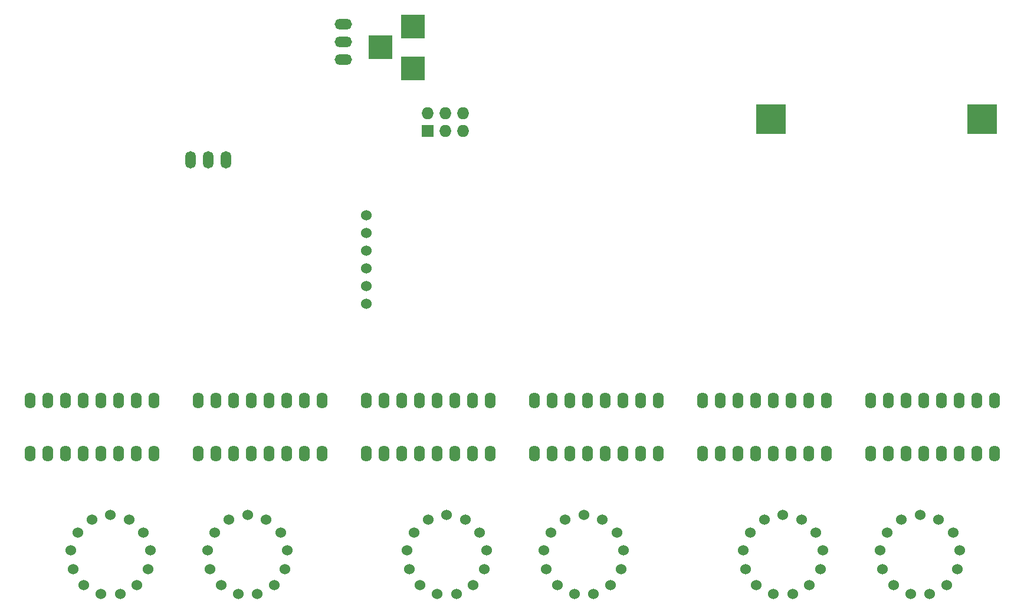
<source format=gbr>
G04 #@! TF.FileFunction,Soldermask,Bot*
%FSLAX46Y46*%
G04 Gerber Fmt 4.6, Leading zero omitted, Abs format (unit mm)*
G04 Created by KiCad (PCBNEW (2015-06-14 BZR 5747, Git dc9ebf3)-product) date 8/2/2015 5:58:45 PM*
%MOMM*%
G01*
G04 APERTURE LIST*
%ADD10C,0.100000*%
%ADD11O,1.600000X2.300000*%
%ADD12C,1.524000*%
%ADD13R,3.500120X3.500120*%
%ADD14R,1.727200X1.727200*%
%ADD15O,1.727200X1.727200*%
%ADD16R,4.200000X4.200000*%
%ADD17O,1.501140X2.499360*%
%ADD18O,2.499360X1.501140*%
G04 APERTURE END LIST*
D10*
D11*
X163195000Y-116967000D03*
X160655000Y-116967000D03*
X158115000Y-116967000D03*
X155575000Y-116967000D03*
X153035000Y-116967000D03*
X150495000Y-116967000D03*
X147955000Y-116967000D03*
X145415000Y-116967000D03*
X145415000Y-124587000D03*
X147955000Y-124587000D03*
X150495000Y-124587000D03*
X153035000Y-124587000D03*
X155575000Y-124587000D03*
X158115000Y-124587000D03*
X160655000Y-124587000D03*
X163195000Y-124587000D03*
X187325000Y-116967000D03*
X184785000Y-116967000D03*
X182245000Y-116967000D03*
X179705000Y-116967000D03*
X177165000Y-116967000D03*
X174625000Y-116967000D03*
X172085000Y-116967000D03*
X169545000Y-116967000D03*
X169545000Y-124587000D03*
X172085000Y-124587000D03*
X174625000Y-124587000D03*
X177165000Y-124587000D03*
X179705000Y-124587000D03*
X182245000Y-124587000D03*
X184785000Y-124587000D03*
X187325000Y-124587000D03*
X66675000Y-116967000D03*
X64135000Y-116967000D03*
X61595000Y-116967000D03*
X59055000Y-116967000D03*
X56515000Y-116967000D03*
X53975000Y-116967000D03*
X51435000Y-116967000D03*
X48895000Y-116967000D03*
X48895000Y-124587000D03*
X51435000Y-124587000D03*
X53975000Y-124587000D03*
X56515000Y-124587000D03*
X59055000Y-124587000D03*
X61595000Y-124587000D03*
X64135000Y-124587000D03*
X66675000Y-124587000D03*
X90805000Y-116967000D03*
X88265000Y-116967000D03*
X85725000Y-116967000D03*
X83185000Y-116967000D03*
X80645000Y-116967000D03*
X78105000Y-116967000D03*
X75565000Y-116967000D03*
X73025000Y-116967000D03*
X73025000Y-124587000D03*
X75565000Y-124587000D03*
X78105000Y-124587000D03*
X80645000Y-124587000D03*
X83185000Y-124587000D03*
X85725000Y-124587000D03*
X88265000Y-124587000D03*
X90805000Y-124587000D03*
X114935000Y-116967000D03*
X112395000Y-116967000D03*
X109855000Y-116967000D03*
X107315000Y-116967000D03*
X104775000Y-116967000D03*
X102235000Y-116967000D03*
X99695000Y-116967000D03*
X97155000Y-116967000D03*
X97155000Y-124587000D03*
X99695000Y-124587000D03*
X102235000Y-124587000D03*
X104775000Y-124587000D03*
X107315000Y-124587000D03*
X109855000Y-124587000D03*
X112395000Y-124587000D03*
X114935000Y-124587000D03*
X139065000Y-116967000D03*
X136525000Y-116967000D03*
X133985000Y-116967000D03*
X131445000Y-116967000D03*
X128905000Y-116967000D03*
X126365000Y-116967000D03*
X123825000Y-116967000D03*
X121285000Y-116967000D03*
X121285000Y-124587000D03*
X123825000Y-124587000D03*
X126365000Y-124587000D03*
X128905000Y-124587000D03*
X131445000Y-124587000D03*
X133985000Y-124587000D03*
X136525000Y-124587000D03*
X139065000Y-124587000D03*
D12*
X60460000Y-133457000D03*
X57790000Y-134117000D03*
X55730000Y-135937000D03*
X54750000Y-138517000D03*
X55080000Y-141247000D03*
X56650000Y-143507000D03*
X59080000Y-144787000D03*
X61840000Y-144787000D03*
X64270000Y-143507000D03*
X65840000Y-141247000D03*
X66170000Y-138517000D03*
X65190000Y-135937000D03*
X63130000Y-134117000D03*
X80145000Y-133457000D03*
X77475000Y-134117000D03*
X75415000Y-135937000D03*
X74435000Y-138517000D03*
X74765000Y-141247000D03*
X76335000Y-143507000D03*
X78765000Y-144787000D03*
X81525000Y-144787000D03*
X83955000Y-143507000D03*
X85525000Y-141247000D03*
X85855000Y-138517000D03*
X84875000Y-135937000D03*
X82815000Y-134117000D03*
X108720000Y-133457000D03*
X106050000Y-134117000D03*
X103990000Y-135937000D03*
X103010000Y-138517000D03*
X103340000Y-141247000D03*
X104910000Y-143507000D03*
X107340000Y-144787000D03*
X110100000Y-144787000D03*
X112530000Y-143507000D03*
X114100000Y-141247000D03*
X114430000Y-138517000D03*
X113450000Y-135937000D03*
X111390000Y-134117000D03*
X128405000Y-133457000D03*
X125735000Y-134117000D03*
X123675000Y-135937000D03*
X122695000Y-138517000D03*
X123025000Y-141247000D03*
X124595000Y-143507000D03*
X127025000Y-144787000D03*
X129785000Y-144787000D03*
X132215000Y-143507000D03*
X133785000Y-141247000D03*
X134115000Y-138517000D03*
X133135000Y-135937000D03*
X131075000Y-134117000D03*
X156980000Y-133457000D03*
X154310000Y-134117000D03*
X152250000Y-135937000D03*
X151270000Y-138517000D03*
X151600000Y-141247000D03*
X153170000Y-143507000D03*
X155600000Y-144787000D03*
X158360000Y-144787000D03*
X160790000Y-143507000D03*
X162360000Y-141247000D03*
X162690000Y-138517000D03*
X161710000Y-135937000D03*
X159650000Y-134117000D03*
X176665000Y-133457000D03*
X173995000Y-134117000D03*
X171935000Y-135937000D03*
X170955000Y-138517000D03*
X171285000Y-141247000D03*
X172855000Y-143507000D03*
X175285000Y-144787000D03*
X178045000Y-144787000D03*
X180475000Y-143507000D03*
X182045000Y-141247000D03*
X182375000Y-138517000D03*
X181395000Y-135937000D03*
X179335000Y-134117000D03*
D13*
X103886000Y-69319140D03*
X103886000Y-63319660D03*
X99187000Y-66319400D03*
D14*
X105981500Y-78295500D03*
D15*
X105981500Y-75755500D03*
X108521500Y-78295500D03*
X108521500Y-75755500D03*
X111061500Y-78295500D03*
X111061500Y-75755500D03*
D16*
X155284000Y-76581000D03*
X185584000Y-76581000D03*
D12*
X97174000Y-103124000D03*
X97174000Y-100584000D03*
X97174000Y-98044000D03*
X97174000Y-95504000D03*
X97174000Y-92964000D03*
X97174000Y-90424000D03*
D17*
X74485500Y-82486500D03*
X77025500Y-82486500D03*
X71945500Y-82486500D03*
D18*
X93853000Y-65532000D03*
X93853000Y-68072000D03*
X93853000Y-62992000D03*
M02*

</source>
